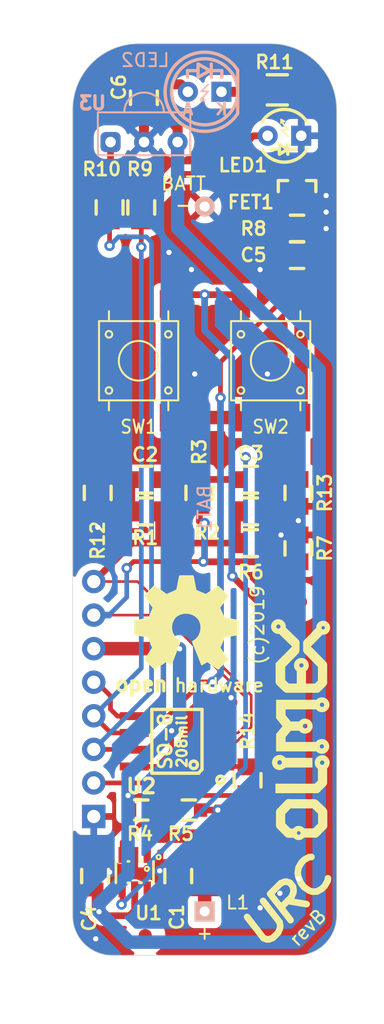
<source format=kicad_pcb>
(kicad_pcb (version 20221018) (generator pcbnew)
  (layers (0 "F.Cu" signal) (31 "B.Cu" signal) (34 "B.Paste" user) (35 "F.Paste" user) (36 "B.SilkS" user "B.Silkscreen") (37 "F.SilkS" user "F.Silkscreen") (38 "B.Mask" user) (39 "F.Mask" user) (44 "Edge.Cuts" user))
  (net 0 "")
  (net 1 "GND")
  (net 2 "+3V3")
  (net 3 "/MOSI")
  (net 4 "/MISO")
  (net 5 "/SCK")
  (net 6 "/RESET")
  (net 7 "/D_N")
  (net 8 "/D_P")
  (net 9 "Net-(BAT1-Pad1)")
  (net 10 "Net-(C2-Pad2)")
  (net 11 "Net-(C2-Pad1)")
  (net 12 "Net-(C3-Pad1)")
  (net 13 "Net-(C5-Pad1)")
  (net 14 "Net-(FET1-Pad3)")
  (net 15 "Net-(L1-Pad2)")
  (net 16 "Net-(LED1-Pad2)")
  (net 17 "Net-(LED2-Pad1)")
  (net 18 "Net-(R4-Pad2)")
  (net 19 "Net-(R10-Pad2)")
  (footprint "OLIMEX_RLC-FP:C_0805_5MIL_DWS" (layer "F.Cu") (at 98 104 90)
    (fp_text reference "C1" (at -3.1 -0.1 90) (layer "F.SilkS") (effects (font (thickness 0.2))))
    (fp_text value "22uF")
    (pad "1" smd rect (at -1.016 0 90) (size 1.05 1.27) (layers "F.Cu" "F.Paste" "F.Mask") (net 9 "Net-(BAT1-Pad1)"))
    (pad "2" smd rect (at 1.016 0 270) (size 1.05 1.27) (layers "F.Cu" "F.Paste" "F.Mask") (net 1 "GND"))
  )
  (footprint "OLIMEX_RLC-FP:C_0805_5MIL_DWS" (layer "F.Cu") (at 95.5 74)
    (fp_text reference "C2" (at 0 -1.9) (layer "F.SilkS") (effects (font (thickness 0.2))))
    (fp_text value "2.2uF")
    (pad "1" smd rect (at -1.016 0) (size 1.05 1.27) (layers "F.Cu" "F.Paste" "F.Mask") (net 11 "Net-(C2-Pad1)"))
    (pad "2" smd rect (at 1.016 0 180) (size 1.05 1.27) (layers "F.Cu" "F.Paste" "F.Mask") (net 10 "Net-(C2-Pad2)"))
  )
  (footprint "OLIMEX_RLC-FP:C_0805_5MIL_DWS" (layer "F.Cu") (at 103.5 74 180)
    (fp_text reference "C3" (at 0 2) (layer "F.SilkS") (effects (font (thickness 0.2))))
    (fp_text value "2.2uF")
    (pad "1" smd rect (at -1.016 0 180) (size 1.05 1.27) (layers "F.Cu" "F.Paste" "F.Mask") (net 12 "Net-(C3-Pad1)"))
    (pad "2" smd rect (at 1.016 0) (size 1.05 1.27) (layers "F.Cu" "F.Paste" "F.Mask") (net 10 "Net-(C2-Pad2)"))
  )
  (footprint "OLIMEX_RLC-FP:C_0805_5MIL_DWS" (layer "F.Cu") (at 91.7 104 90)
    (fp_text reference "C4" (at -3.2 -0.45 90) (layer "F.SilkS") (effects (font (thickness 0.2))))
    (fp_text value "22uF")
    (pad "1" smd rect (at -1.016 0 90) (size 1.05 1.27) (layers "F.Cu" "F.Paste" "F.Mask") (net 2 "+3V3"))
    (pad "2" smd rect (at 1.016 0 270) (size 1.05 1.27) (layers "F.Cu" "F.Paste" "F.Mask") (net 1 "GND"))
  )
  (footprint "OLIMEX_RLC-FP:C_0805_5MIL_DWS" (layer "F.Cu") (at 107 57)
    (fp_text reference "C5" (at -3.3 0) (layer "F.SilkS") (effects (font (thickness 0.2))))
    (fp_text value "2.2uF")
    (pad "1" smd rect (at -1.016 0) (size 1.05 1.27) (layers "F.Cu" "F.Paste" "F.Mask") (net 13 "Net-(C5-Pad1)"))
    (pad "2" smd rect (at 1.016 0 180) (size 1.05 1.27) (layers "F.Cu" "F.Paste" "F.Mask") (net 3 "/MOSI"))
  )
  (footprint "OLIMEX_RLC-FP:C_0805_5MIL_DWS" (layer "F.Cu") (at 95.4 45.1 -90)
    (fp_text reference "C6" (at -0.8 1.9 90) (layer "F.SilkS") (effects (font (thickness 0.2))))
    (fp_text value "22uF")
    (pad "1" smd rect (at -1.016 0 270) (size 1.05 1.27) (layers "F.Cu" "F.Paste" "F.Mask") (net 2 "+3V3"))
    (pad "2" smd rect (at 1.016 0 90) (size 1.05 1.27) (layers "F.Cu" "F.Paste" "F.Mask") (net 1 "GND"))
  )
  (footprint "OLIMEX_Connectors-FP:HN1x8" (layer "F.Cu") (at 91.6 90.6 90)
    (fp_text reference "CON1" hide)
    (fp_text value "CON8")
    (pad "1" thru_hole rect (at -8.89 0 90) (size 1.778 1.778) (drill 1) (layers "*.Cu" "*.Mask") (net 1 "GND"))
    (pad "2" thru_hole circle (at -6.35 0 90) (size 1.778 1.778) (drill 1) (layers "*.Cu" "*.Mask") (net 6 "/RESET"))
    (pad "3" thru_hole circle (at -3.81 0 90) (size 1.778 1.778) (drill 1) (layers "*.Cu" "*.Mask") (net 5 "/SCK"))
    (pad "4" thru_hole circle (at -1.27 0 90) (size 1.778 1.778) (drill 1) (layers "*.Cu" "*.Mask") (net 4 "/MISO"))
    (pad "5" thru_hole circle (at 1.27 0 90) (size 1.778 1.778) (drill 1) (layers "*.Cu" "*.Mask") (net 3 "/MOSI"))
    (pad "6" thru_hole circle (at 3.81 0 90) (size 1.778 1.778) (drill 1) (layers "*.Cu" "*.Mask") (net 2 "+3V3"))
    (pad "7" thru_hole circle (at 6.35 0 90) (size 1.778 1.778) (drill 1) (layers "*.Cu" "*.Mask") (net 8 "/D_P"))
    (pad "8" thru_hole circle (at 8.89 0 90) (size 1.778 1.778) (drill 1) (layers "*.Cu" "*.Mask") (net 7 "/D_N"))
  )
  (footprint "OLIMEX_Transistors-FP:SOT23" (layer "F.Cu") (at 107 52 -90)
    (fp_text reference "FET1" (at 1 3.5 180) (layer "F.SilkS") (effects (font (thickness 0.2))))
    (fp_text value "WNM2016-3/TR")
    (pad "1" smd rect (at 1 0.95 270) (size 0.9 0.7) (layers "F.Cu" "F.Paste" "F.Mask") (net 13 "Net-(C5-Pad1)") (clearance 0.0508))
    (pad "2" smd rect (at 1 -0.95 270) (size 0.9 0.7) (layers "F.Cu" "F.Paste" "F.Mask") (net 1 "GND") (clearance 0.0508))
    (pad "3" smd rect (at -1 0 270) (size 0.9 0.7) (layers "F.Cu" "F.Paste" "F.Mask") (net 14 "Net-(FET1-Pad3)") (clearance 0.0508))
  )
  (footprint "OLIMEX_RLC-FP:CD43" (layer "F.Cu") (at 101.9 102.6 90)
    (fp_text reference "L1" (at -3.4 0.6 180) (layer "F.SilkS"))
    (fp_text value "4.7uH")
    (pad "1" smd oval (at -1.625 0 90) (size 1.75 4.5) (layers "F.Cu" "F.Paste" "F.Mask") (net 9 "Net-(BAT1-Pad1)"))
    (pad "2" smd oval (at 1.625 0 90) (size 1.75 4.5) (layers "F.Cu" "F.Paste" "F.Mask") (net 15 "Net-(L1-Pad2)"))
  )
  (footprint "OLIMEX_LEDs-FP:LED-3mm-PTH-KA" (layer "F.Cu") (at 106.04364 47.97298 180)
    (fp_text reference "LED1" (at 3.14364 -2.22702 180) (layer "F.SilkS") (effects (font (thickness 0.2))))
    (fp_text value "RED 3mm")
    (pad "1" thru_hole rect (at -1.27 0 180) (size 1.524 1.524) (drill 0.8) (layers "*.Cu" "*.Mask") (net 1 "GND"))
    (pad "2" thru_hole circle (at 1.27 0 180) (size 1.524 1.524) (drill 0.8) (layers "*.Cu" "*.Mask") (net 16 "Net-(LED1-Pad2)"))
  )
  (footprint "OLIMEX_RLC-FP:R_0805_5MIL_DWS" (layer "F.Cu") (at 95.5 76.4)
    (fp_text reference "R1" (at 0 2) (layer "F.SilkS") (effects (font (thickness 0.2))))
    (fp_text value "22K")
    (pad "1" smd rect (at -1.016 0 90) (size 1.524 1.27) (layers "F.Cu" "F.Paste" "F.Mask") (net 11 "Net-(C2-Pad1)"))
    (pad "2" smd rect (at 1.016 0 90) (size 1.524 1.27) (layers "F.Cu" "F.Paste" "F.Mask") (net 7 "/D_N"))
  )
  (footprint "OLIMEX_RLC-FP:R_0805_5MIL_DWS" (layer "F.Cu") (at 103.5 76.4 180)
    (fp_text reference "R2" (at 3.3 -1.6) (layer "F.SilkS") (effects (font (thickness 0.2))))
    (fp_text value "10K")
    (pad "1" smd rect (at -1.016 0 270) (size 1.524 1.27) (layers "F.Cu" "F.Paste" "F.Mask") (net 12 "Net-(C3-Pad1)"))
    (pad "2" smd rect (at 1.016 0 270) (size 1.524 1.27) (layers "F.Cu" "F.Paste" "F.Mask") (net 7 "/D_N"))
  )
  (footprint "OLIMEX_RLC-FP:R_0805_5MIL_DWS" (layer "F.Cu") (at 99.6 75 -90)
    (fp_text reference "R3" (at -3.1 0 90) (layer "F.SilkS") (effects (font (thickness 0.2))))
    (fp_text value "10K")
    (pad "1" smd rect (at -1.016 0) (size 1.524 1.27) (layers "F.Cu" "F.Paste" "F.Mask") (net 10 "Net-(C2-Pad2)"))
    (pad "2" smd rect (at 1.016 0) (size 1.524 1.27) (layers "F.Cu" "F.Paste" "F.Mask") (net 8 "/D_P"))
  )
  (footprint "OLIMEX_RLC-FP:R_0603_5MIL_DWS" (layer "F.Cu") (at 95.2 99)
    (fp_text reference "R4" (at -0.1 1.8) (layer "F.SilkS") (effects (font (thickness 0.2))))
    (fp_text value "100K_1%")
    (pad "1" smd rect (at -0.889 0) (size 1.016 1.016) (layers "F.Cu" "F.Paste" "F.Mask") (net 2 "+3V3"))
    (pad "2" smd rect (at 0.889 0) (size 1.016 1.016) (layers "F.Cu" "F.Paste" "F.Mask") (net 18 "Net-(R4-Pad2)"))
  )
  (footprint "OLIMEX_RLC-FP:R_0603_5MIL_DWS" (layer "F.Cu") (at 98.8 99)
    (fp_text reference "R5" (at -0.6 1.8) (layer "F.SilkS") (effects (font (thickness 0.2))))
    (fp_text value "56.2K_1%")
    (pad "1" smd rect (at -0.889 0) (size 1.016 1.016) (layers "F.Cu" "F.Paste" "F.Mask") (net 18 "Net-(R4-Pad2)"))
    (pad "2" smd rect (at 0.889 0) (size 1.016 1.016) (layers "F.Cu" "F.Paste" "F.Mask") (net 1 "GND"))
  )
  (footprint "OLIMEX_RLC-FP:R_0805_5MIL_DWS" (layer "F.Cu") (at 103.5 78.8)
    (fp_text reference "R6" (at 0 2.2) (layer "F.SilkS") (effects (font (thickness 0.2))))
    (fp_text value "10K")
    (pad "1" smd rect (at -1.016 0 90) (size 1.524 1.27) (layers "F.Cu" "F.Paste" "F.Mask") (net 7 "/D_N"))
    (pad "2" smd rect (at 1.016 0 90) (size 1.524 1.27) (layers "F.Cu" "F.Paste" "F.Mask") (net 1 "GND"))
  )
  (footprint "OLIMEX_RLC-FP:R_0805_5MIL_DWS" (layer "F.Cu") (at 107.1 79.2 -90)
    (fp_text reference "R7" (at 0 -2 90) (layer "F.SilkS") (effects (font (thickness 0.2))))
    (fp_text value "100K")
    (pad "1" smd rect (at -1.016 0) (size 1.524 1.27) (layers "F.Cu" "F.Paste" "F.Mask") (net 1 "GND"))
    (pad "2" smd rect (at 1.016 0) (size 1.524 1.27) (layers "F.Cu" "F.Paste" "F.Mask") (net 8 "/D_P"))
  )
  (footprint "OLIMEX_RLC-FP:R_0805_5MIL_DWS" (layer "F.Cu") (at 107 55)
    (fp_text reference "R8" (at -3.3 0) (layer "F.SilkS") (effects (font (thickness 0.2))))
    (fp_text value "10K")
    (pad "1" smd rect (at -1.016 0 90) (size 1.524 1.27) (layers "F.Cu" "F.Paste" "F.Mask") (net 13 "Net-(C5-Pad1)"))
    (pad "2" smd rect (at 1.016 0 90) (size 1.524 1.27) (layers "F.Cu" "F.Paste" "F.Mask") (net 1 "GND"))
  )
  (footprint "OLIMEX_RLC-FP:R_0805_5MIL_DWS" (layer "F.Cu") (at 95.2 53.4 90)
    (fp_text reference "R9" (at 2.9 -0.1 180) (layer "F.SilkS") (effects (font (thickness 0.2))))
    (fp_text value "2K")
    (pad "1" smd rect (at -1.016 0 180) (size 1.524 1.27) (layers "F.Cu" "F.Paste" "F.Mask") (net 4 "/MISO"))
    (pad "2" smd rect (at 1.016 0 180) (size 1.524 1.27) (layers "F.Cu" "F.Paste" "F.Mask") (net 16 "Net-(LED1-Pad2)"))
  )
  (footprint "OLIMEX_RLC-FP:R_0805_5MIL_DWS" (layer "F.Cu") (at 92.8 53.4 90)
    (fp_text reference "R10" (at 2.9 -0.6 180) (layer "F.SilkS") (effects (font (thickness 0.2))))
    (fp_text value "2K")
    (pad "1" smd rect (at -1.016 0 180) (size 1.524 1.27) (layers "F.Cu" "F.Paste" "F.Mask") (net 5 "/SCK"))
    (pad "2" smd rect (at 1.016 0 180) (size 1.524 1.27) (layers "F.Cu" "F.Paste" "F.Mask") (net 19 "Net-(R10-Pad2)"))
  )
  (footprint "OLIMEX_RLC-FP:R_1206_5MIL_DWS" (layer "F.Cu") (at 105.5 44.5 180)
    (fp_text reference "R11" (at 0.2 2.1) (layer "F.SilkS") (effects (font (thickness 0.2))))
    (fp_text value "4.7R")
    (pad "1" smd rect (at -1.397 0 180) (size 1.524 1.778) (layers "F.Cu" "F.Paste" "F.Mask") (net 14 "Net-(FET1-Pad3)"))
    (pad "2" smd rect (at 1.397 0 180) (size 1.524 1.778) (layers "F.Cu" "F.Paste" "F.Mask") (net 17 "Net-(LED2-Pad1)"))
  )
  (footprint "OLIMEX_Buttons-FP:T1102SMD" (layer "F.Cu") (at 95 65 90)
    (fp_text reference "SW1" (at -5 0) (layer "F.SilkS") (effects (font (size 1 0.9))))
    (fp_text value "T1107A(6x3,8x2,5MM)")
    (pad "1" smd rect (at -4.3 -2.25 90) (size 2.1 1.4) (layers "F.Cu" "F.Paste" "F.Mask") (net 11 "Net-(C2-Pad1)"))
    (pad "1" smd rect (at 4.3 -2.25 90) (size 2.1 1.4) (layers "F.Cu" "F.Paste" "F.Mask") (net 11 "Net-(C2-Pad1)"))
    (pad "2" smd rect (at -4.3 2.3 90) (size 2.1 1.4) (layers "F.Cu" "F.Paste" "F.Mask") (net 9 "Net-(BAT1-Pad1)"))
    (pad "2" smd rect (at 4.3 2.3 90) (size 2.1 1.4) (layers "F.Cu" "F.Paste" "F.Mask") (net 9 "Net-(BAT1-Pad1)"))
  )
  (footprint "OLIMEX_Buttons-FP:T1102SMD" (layer "F.Cu") (at 105 65 90)
    (fp_text reference "SW2" (at -5 0) (layer "F.SilkS") (effects (font (size 1 0.9))))
    (fp_text value "T1107A(6x3,8x2,5MM)")
    (pad "1" smd rect (at -4.3 -2.25 90) (size 2.1 1.4) (layers "F.Cu" "F.Paste" "F.Mask") (net 9 "Net-(BAT1-Pad1)"))
    (pad "1" smd rect (at 4.3 -2.25 90) (size 2.1 1.4) (layers "F.Cu" "F.Paste" "F.Mask") (net 9 "Net-(BAT1-Pad1)"))
    (pad "2" smd rect (at -4.3 2.3 90) (size 2.1 1.4) (layers "F.Cu" "F.Paste" "F.Mask") (net 12 "Net-(C3-Pad1)"))
    (pad "2" smd rect (at 4.3 2.3 90) (size 2.1 1.4) (layers "F.Cu" "F.Paste" "F.Mask") (net 12 "Net-(C3-Pad1)"))
  )
  (footprint "OLIMEX_Regulators-FP:SOT23-6" (layer "F.Cu") (at 94.7 103.7 90)
    (fp_text reference "U1" (at -3.1 1.05 180) (layer "F.SilkS") (effects (font (thickness 0.2))))
    (fp_text value "SY7080")
    (pad "1" smd rect (at 1.3001 0.95 180) (size 0.55 1.2) (layers "F.Cu" "F.Paste" "F.Mask") (net 15 "Net-(L1-Pad2)") (clearance 0.0508))
    (pad "2" smd rect (at 1.3001 0 180) (size 0.55 1.2) (layers "F.Cu" "F.Paste" "F.Mask") (net 1 "GND") (clearance 0.0508))
    (pad "3" smd rect (at 1.3001 -0.95 180) (size 0.55 1.2) (layers "F.Cu" "F.Paste" "F.Mask") (net 18 "Net-(R4-Pad2)") (clearance 0.0508))
    (pad "4" smd rect (at -1.3001 -0.95 180) (size 0.55 1.2) (layers "F.Cu" "F.Paste" "F.Mask") (net 10 "Net-(C2-Pad2)") (clearance 0.0508))
    (pad "5" smd rect (at -1.3001 0 180) (size 0.55 1.2) (layers "F.Cu" "F.Paste" "F.Mask") (net 2 "+3V3") (clearance 0.0508))
    (pad "6" smd rect (at -1.3001 0.95 180) (size 0.55 1.2) (layers "F.Cu" "F.Paste" "F.Mask") (net 9 "Net-(BAT1-Pad1)") (clearance 0.0508))
  )
  (footprint "OLIMEX_RLC-FP:R_0805_5MIL_DWS" (layer "F.Cu") (at 91.9 75 -90)
    (fp_text reference "R12" (at 3.6 0 90) (layer "F.SilkS") (effects (font (thickness 0.2))))
    (fp_text value "2K")
    (pad "1" smd rect (at -1.016 0) (size 1.524 1.27) (layers "F.Cu" "F.Paste" "F.Mask") (net 11 "Net-(C2-Pad1)"))
    (pad "2" smd rect (at 1.016 0) (size 1.524 1.27) (layers "F.Cu" "F.Paste" "F.Mask") (net 1 "GND"))
  )
  (footprint "OLIMEX_RLC-FP:R_0805_5MIL_DWS" (layer "F.Cu") (at 107.1 75 -90)
    (fp_text reference "R13" (at 0 -2 90) (layer "F.SilkS") (effects (font (thickness 0.2))))
    (fp_text value "2K")
    (pad "1" smd rect (at -1.016 0) (size 1.524 1.27) (layers "F.Cu" "F.Paste" "F.Mask") (net 12 "Net-(C3-Pad1)"))
    (pad "2" smd rect (at 1.016 0) (size 1.524 1.27) (layers "F.Cu" "F.Paste" "F.Mask") (net 1 "GND"))
  )
  (footprint "OLIMEX_IC-FP:SO-8_208mil" (layer "F.Cu") (at 97.9 93.8 90)
    (fp_text reference "U2" (at -3.4 -2.7) (layer "F.SilkS") (effects (font (size 1.1 1.1) (thickness 0.254))))
    (fp_text value "ATTINY85-20PU")
    (fp_text user "SO-8" (at 0 -0.889 90) (layer "F.SilkS") (effects (font (size 1.016 1.016) (thickness 0.2032))))
    (fp_text user "208mil" (at 0 0.381 90) (layer "F.SilkS") (effects (font (size 0.762 0.762) (thickness 0.1905))))
    (pad "1" smd rect (at -1.905 3.235 90) (size 0.6 2.2) (layers "F.Cu" "F.Paste" "F.Mask") (net 6 "/RESET") (clearance 0.0508))
    (pad "2" smd rect (at -0.635 3.235 90) (size 0.6 2.2) (layers "F.Cu" "F.Paste" "F.Mask") (net 7 "/D_N") (clearance 0.0508))
    (pad "3" smd rect (at 0.635 3.235 90) (size 0.6 2.2) (layers "F.Cu" "F.Paste" "F.Mask") (net 8 "/D_P") (clearance 0.0508))
    (pad "4" smd rect (at 1.905 3.235 90) (size 0.6 2.2) (layers "F.Cu" "F.Paste" "F.Mask") (net 1 "GND") (clearance 0.0508))
    (pad "5" smd rect (at 1.905 -3.235 90) (size 0.6 2.2) (layers "F.Cu" "F.Paste" "F.Mask") (net 3 "/MOSI") (clearance 0.0508))
    (pad "6" smd rect (at 0.635 -3.235 90) (size 0.6 2.2) (layers "F.Cu" "F.Paste" "F.Mask") (net 4 "/MISO") (clearance 0.0508))
    (pad "7" smd rect (at -0.635 -3.235 90) (size 0.6 2.2) (layers "F.Cu" "F.Paste" "F.Mask") (net 5 "/SCK") (clearance 0.0508))
    (pad "8" smd rect (at -1.905 -3.235 90) (size 0.6 2.2) (layers "F.Cu" "F.Paste" "F.Mask") (net 2 "+3V3") (clearance 0.0508))
  )
  (footprint "OLIMEX_LOGOs-FP:LOGO_OPENHARDWARE_8x8" (layer "F.Cu") (at 98.6 85.3)
    (fp_text reference "" hide)
    (fp_text value "" hide)
    (fp_text user "open" (at -3.40106 4.17576) (layer "F.SilkS") (effects (font (size 1.1 1.1) (thickness 0.254))))
    (fp_text user "hardware" (at 2.51206 4.2672) (layer "F.SilkS") (effects (font (thickness 0.18))))
  )
  (footprint "OLIMEX_LOGOs-FP:OLIMEX_LOGO_TB" (layer "F.Cu") (at 107.25 92.75 90)
    (fp_text reference "" hide)
    (fp_text value "" hide)
  )
  (footprint "OLIMEX_Other-FP:Fiducial1x3_transp" (layer "F.Cu") (at 95.5 108.5)
    (fp_text reference "Ref*" hide)
    (fp_text value "Val**" hide)
    (pad "Fid1" connect circle (at 0 0) (size 1 1) (layers "F.Cu" "F.Mask") (clearance 1.016))
  )
  (footprint "OLIMEX_Other-FP:Fiducial1x3_transp" (layer "F.Cu") (at 107.25 83.25)
    (fp_text reference "Ref*" hide)
    (fp_text value "Val**" hide)
    (pad "Fid1" connect circle (at 0 0) (size 1 1) (layers "F.Cu" "F.Mask") (clearance 1.016))
  )
  (footprint "OLIMEX_RLC-FP:R_0805_5MIL_DWS" (layer "F.Cu") (at 103.25 96.75 90)
    (fp_text reference "R14" (at 3.75 0 90) (layer "F.SilkS") (effects (font (thickness 0.2))))
    (fp_text value "2K")
    (pad "1" smd rect (at -1.016 0 180) (size 1.524 1.27) (layers "F.Cu" "F.Paste" "F.Mask") (net 2 "+3V3"))
    (pad "2" smd rect (at 1.016 0 180) (size 1.524 1.27) (layers "F.Cu" "F.Paste" "F.Mask") (net 6 "/RESET"))
  )
  (footprint "OLIMEX_LEDs-FP:LED-5mm-PTH-KA" (layer "B.Cu") (at 100 44.64558)
    (fp_text reference "LED2" (at -4.5 -2.39558) (layer "B.SilkS") (effects (justify mirror)))
    (fp_text value "IR333")
    (fp_text user "K" (at 1.27 1.3) (layer "B.SilkS") (effects (font (size 0.889 0.889) (thickness 0.2032)) (justify mirror)))
    (fp_text user "A" (at -1.27 1.3) (layer "B.SilkS") (effects (font (size 0.889 0.889) (thickness 0.2032)) (justify mirror)))
    (pad "1" thru_hole rect (at 1.27 0 180) (size 1.524 1.524) (drill 0.8) (layers "*.Cu" "*.Mask") (net 17 "Net-(LED2-Pad1)"))
    (pad "2" thru_hole circle (at -1.27 0 180) (size 1.524 1.524) (drill 0.8) (layers "*.Cu" "*.Mask") (net 2 "+3V3"))
  )
  (footprint "OLIMEX_IC-FP:RPM7236-V" (layer "B.Cu") (at 95.4112 48.4505)
    (fp_text reference "U3" (at -3.9112 -2.9505 -180) (layer "B.SilkS") (effects (font (thickness 0.25)) (justify mirror)))
    (fp_text value "VS1838B")
    (pad "1" thru_hole roundrect (at -2.54 0) (size 1.524 1.524) (drill 0.8) (layers "*.Cu" "*.Mask") (net 19 "Net-(R10-Pad2)"))
    (pad "2" thru_hole circle (at 0 0) (size 1.524 1.524) (drill 0.8) (layers "*.Cu" "*.Mask") (net 1 "GND"))
    (pad "3" thru_hole circle (at 2.54 0) (size 1.524 1.524) (drill 0.8) (layers "*.Cu" "*.Mask") (net 2 "+3V3"))
  )
  (footprint "OLIMEX_Connectors-FP:BATTERY-1xAA" (layer "B.Cu") (at 100 80 90)
    (fp_text reference "BAT1" (at 3.81 0 270) (layer "B.SilkS") (effects (justify mirror)))
    (fp_text value "Battery")
    (pad "1" thru_hole rect (at -26.67 0 90) (size 1.524 1.524) (drill 0.762) (layers "*.Cu" "*.Mask" "B.SilkS") (net 9 "Net-(BAT1-Pad1)"))
    (pad "2" thru_hole circle (at 26.67 0 90) (size 1.524 1.524) (drill 0.762) (layers "*.Cu" "*.Mask" "B.SilkS") (net 1 "GND"))
  )
  (gr_arc (start 93 110) (mid 90.87868 109.12132) (end 90 107) (stroke (width 0.05)) (layer "Edge.Cuts"))
  (gr_arc (start 110 107) (mid 109.12132 109.12132) (end 107 110) (stroke (width 0.05)) (layer "Edge.Cuts"))
  (gr_line (start 107 110) (end 93 110) (stroke (width 0.05)) (layer "Edge.Cuts"))
  (gr_line (start 90 107) (end 90 46) (stroke (width 0.05)) (layer "Edge.Cuts"))
  (gr_arc (start 105 41) (mid 108.535534 42.464466) (end 110 46) (stroke (width 0.05)) (layer "Edge.Cuts"))
  (gr_line (start 110 46) (end 110 107) (stroke (width 0.05)) (layer "Edge.Cuts"))
  (gr_line (start 95 41) (end 105 41) (stroke (width 0.05)) (layer "Edge.Cuts"))
  (gr_arc (start 90 46) (mid 91.464466 42.464466) (end 95 41) (stroke (width 0.05)) (layer "Edge.Cuts"))
  (gr_text "R" (at 106.273654 105.967767 45) (layer "F.SilkS") (effects (font (size 2.5 3) (thickness 0.5) italic)))
  (gr_text "C" (at 108.041421 104.2 45) (layer "F.SilkS") (effects (font (size 2.5 3) (thickness 0.5) italic)))
  (gr_text "+" (at 100 108.3) (layer "F.SilkS") (effects (font (size 1 1))))
  (gr_text "revB" (at 107.8 107.9 45) (layer "F.SilkS") (effects (font (size 1 1))))
  (gr_text "BATT\n-" (at 98.4 52.4) (layer "F.SilkS") (effects (font (size 1 1))))
  (gr_text "U" (at 104.576598 107.664823 45) (layer "F.SilkS") (effects (font (size 2.5 3) (thickness 0.5) italic)))
  (gr_text "(c)2019" (at 104 85 90) (layer "F.SilkS") (effects (font (size 1 1))))
  (segment (start 92.8 103.7) (end 92.416 103.7) (width 0.508) (layer "F.Cu") (net 1))
  (segment (start 107.1 76.016) (end 107.1 77.1) (width 0.508) (layer "F.Cu") (net 1))
  (segment (start 94.7 102.3999) (end 94.7 103.5079) (width 0.508) (layer "F.Cu") (net 1))
  (segment (start 97.016 102.984) (end 98 102.984) (width 0.508) (layer "F.Cu") (net 1))
  (segment (start 91.6 99.49) (end 91.6 102.884) (width 0.508) (layer "F.Cu") (net 1))
  (segment (start 94.7079 103.5079) (end 94.5158 103.7) (width 0.508) (layer "F.Cu") (net 1))
  (segment (start 95.4 48.4393) (end 95.4112 48.4505) (width 0.762) (layer "F.Cu") (net 1))
  (segment (start 107.95 52.150002) (end 107.95 53) (width 0.3556) (layer "F.Cu") (net 1))
  (segment (start 96.6 103.4) (end 97.016 102.984) (width 0.508) (layer "F.Cu") (net 1))
  (segment (start 107.899999 52.100001) (end 101.229999 52.100001) (width 0.3556) (layer "F.Cu") (net 1))
  (segment (start 107.899999 52.100001) (end 107.95 52.150002) (width 0.3556) (layer "F.Cu") (net 1))
  (segment (start 100.761999 52.568001) (end 100 53.33) (width 0.3556) (layer "F.Cu") (net 1))
  (segment (start 96.6 103.6) (end 96.6 103.4) (width 0.508) (layer "F.Cu") (net 1))
  (segment (start 101.229999 52.100001) (end 100.761999 52.568001) (width 0.3556) (layer "F.Cu") (net 1))
  (segment (start 107.1 77.1) (end 107.1 78.184) (width 0.508) (layer "F.Cu") (net 1))
  (segment (start 95.4 46.116) (end 95.4 48.4393) (width 0.762) (layer "F.Cu") (net 1))
  (segment (start 91.9 76.016) (end 91.9 77.6) (width 0.508) (layer "F.Cu") (net 1))
  (segment (start 108.016 55) (end 109.2 55) (width 0.508) (layer "F.Cu") (net 1))
  (segment (start 92.416 103.7) (end 91.7 102.984) (width 0.508) (layer "F.Cu") (net 1))
  (segment (start 94.8 103.6) (end 96.6 103.6) (width 0.508) (layer "F.Cu") (net 1))
  (segment (start 107.95 54.934) (end 108.016 55) (width 0.762) (layer "F.Cu") (net 1))
  (segment (start 94.7 103.5079) (end 94.7079 103.5079) (width 0.508) (layer "F.Cu") (net 1))
  (segment (start 105.516 78.184) (end 105.784 78.184) (width 0.508) (layer "F.Cu") (net 1))
  (segment (start 94.7079 103.5079) (end 94.8 103.6) (width 0.508) (layer "F.Cu") (net 1))
  (segment (start 94.5158 103.7) (end 92.8 103.7) (width 0.508) (layer "F.Cu") (net 1))
  (segment (start 107.95 53) (end 107.95 54.934) (width 0.762) (layer "F.Cu") (net 1))
  (segment (start 91.6 102.884) (end 91.7 102.984) (width 0.508) (layer "F.Cu") (net 1))
  (segment (start 109.2 52.5) (end 108.800001 52.100001) (width 0.3556) (layer "F.Cu") (net 1))
  (segment (start 108.800001 52.100001) (end 107.899999 52.100001) (width 0.3556) (layer "F.Cu") (net 1))
  (segment (start 104.516 78.8) (end 104.9 78.8) (width 0.508) (layer "F.Cu") (net 1))
  (segment (start 104.9 78.8) (end 105.516 78.184) (width 0.508) (layer "F.Cu") (net 1))
  (segment (start 105.784 78.184) (end 107.1 78.184) (width 0.508) (layer "F.Cu") (net 1))
  (via (at 97.3 56.8) (size 0.8) (drill 0.4) (layers "F.Cu" "B.Cu") (net 1))
  (via (at 99 58.1) (size 0.8) (drill 0.4) (layers "F.Cu" "B.Cu") (net 1))
  (via (at 104.2 58.1) (size 0.8) (drill 0.4) (layers "F.Cu" "B.Cu") (net 1))
  (via (at 104.2 106.4) (size 0.8) (drill 0.4) (layers "F.Cu" "B.Cu") (net 1))
  (via (at 105.7 105.3) (size 0.8) (drill 0.4) (layers "F.Cu" "B.Cu") (net 1))
  (via (at 107.1 104.2) (size 0.8) (drill 0.4) (layers "F.Cu" "B.Cu") (net 1))
  (via (at 91.75 108.75) (size 0.8) (drill 0.4) (layers "F.Cu" "B.Cu") (net 1))
  (via (at 109.2 53.75) (size 0.8) (drill 0.4) (layers "F.Cu" "B.Cu") (net 1))
  (via (at 109.2 52.5) (size 0.8) (drill 0.4) (layers "F.Cu" "B.Cu") (net 1))
  (via (at 99.25 66) (size 0.8) (drill 0.4) (layers "F.Cu" "B.Cu") (net 1))
  (via (at 104.75 66) (size 0.8) (drill 0.4) (layers "F.Cu" "B.Cu") (net 1))
  (via (at 102 90.5) (size 0.8) (drill 0.4) (layers "F.Cu" "B.Cu") (net 1))
  (via (at 107.1 77.1) (size 0.8) (drill 0.4) (layers "F.Cu" "B.Cu") (net 1))
  (via (at 109.2 55) (size 0.8) (drill 0.4) (layers "F.Cu" "B.Cu") (net 1))
  (via (at 105.784 78.184) (size 0.8) (drill 0.4) (layers "F.Cu" "B.Cu") (net 1))
  (via (at 91.9 77.6) (size 0.8) (drill 0.4) (layers "F.Cu" "B.Cu") (net 1))
  (via (at 92.8 103.7) (size 0.8) (drill 0.4) (layers "F.Cu" "B.Cu") (net 1))
  (via (at 101 99) (size 0.8) (drill 0.4) (layers "F.Cu" "B.Cu") (net 1))
  (via (at 96.6 103.6) (size 0.8) (drill 0.4) (layers "F.Cu" "B.Cu") (net 1))
  (segment (start 96.784 44.084) (end 98.16842 44.084) (width 0.762) (layer "F.Cu") (net 2))
  (segment (start 97.9512 47.37287) (end 96.784 46.20567) (width 0.762) (layer "F.Cu") (net 2))
  (segment (start 92 106.7) (end 91.7 106.4) (width 0.508) (layer "F.Cu") (net 2))
  (segment (start 94.2 97.9) (end 94.2 98.889) (width 0.762) (layer "F.Cu") (net 2))
  (segment (start 92.3 107) (end 92 106.7) (width 0.508) (layer "F.Cu") (net 2))
  (segment (start 94.665 95.705) (end 96.38 95.705) (width 0.3556) (layer "F.Cu") (net 2))
  (segment (start 94.7 106.6) (end 94.3 107) (width 0.508) (layer "F.Cu") (net 2))
  (segment (start 91.7 106.4) (end 91.7 105.016) (width 0.508) (layer "F.Cu") (net 2))
  (segment (start 97.5 94.585) (end 97.5 93.565685) (width 0.3556) (layer "F.Cu") (net 2))
  (segment (start 96.784 46.20567) (end 96.784 44.084) (width 0.762) (layer "F.Cu") (net 2))
  (segment (start 91.6 86.79) (end 98.1 86.79) (width 1.016) (layer "F.Cu") (net 2))
  (segment (start 97.9512 48.4505) (end 97.9512 47.37287) (width 0.762) (layer "F.Cu") (net 2))
  (segment (start 95.4 44.084) (end 96.784 44.084) (width 0.762) (layer "F.Cu") (net 2))
  (segment (start 94.2 98.889) (end 94.311 99) (width 0.762) (layer "F.Cu") (net 2))
  (segment (start 96.38 95.705) (end 97.5 94.585) (width 0.3556) (layer "F.Cu") (net 2))
  (segment (start 103.116 97.9) (end 103.25 97.766) (width 0.3556) (layer "F.Cu") (net 2))
  (segment (start 98.16842 44.084) (end 98.73 44.64558) (width 0.762) (layer "F.Cu") (net 2))
  (segment (start 94.7 105.0001) (end 94.7 106.6) (width 0.508) (layer "F.Cu") (net 2))
  (segment (start 97.5 93.565685) (end 97.5 93) (width 0.3556) (layer "F.Cu") (net 2))
  (segment (start 94.3 107) (end 92.3 107) (width 0.508) (layer "F.Cu") (net 2))
  (segment (start 94.2 97.9) (end 103.116 97.9) (width 0.3556) (layer "F.Cu") (net 2))
  (via (at 94.2 97.9) (size 0.8) (drill 0.4) (layers "F.Cu" "B.Cu") (net 2))
  (via (at 97.5 93) (size 0.8) (drill 0.4) (layers "F.Cu" "B.Cu") (net 2))
  (via (at 98.1 86.8) (size 0.8) (drill 0.4) (layers "F.Cu" "B.Cu") (net 2))
  (via (at 92 106.7) (size 0.8) (drill 0.4) (layers "F.Cu" "B.Cu") (net 2))
  (segment (start 97.899999 92.600001) (end 97.5 93) (width 1.016) (layer "B.Cu") (net 2))
  (segment (start 98.1 92.4) (end 97.899999 92.600001) (width 1.016) (layer "B.Cu") (net 2))
  (segment (start 107 109) (end 108.668159 107.331841) (width 1.016) (layer "B.Cu") (net 2))
  (segment (start 98.1 86.79) (end 98.1 86.8) (width 1.016) (layer "B.Cu") (net 2))
  (segment (start 94.2 96.3) (end 97.100001 93.399999) (width 1.016) (layer "B.Cu") (net 2))
  (segment (start 108.668159 107.331841) (end 108.668159 65.668159) (width 1.016) (layer "B.Cu") (net 2))
  (segment (start 94.2 97.9) (end 94.2 96.3) (width 1.016) (layer "B.Cu") (net 2))
  (segment (start 92 106.1) (end 92 106.7) (width 1.016) (layer "B.Cu") (net 2))
  (segment (start 97.100001 93.399999) (end 97.5 93) (width 1.016) (layer "B.Cu") (net 2))
  (segment (start 97.9512 54.9512) (end 97.9512 48.4505) (width 1.016) (layer "B.Cu") (net 2))
  (segment (start 94.2 97.9) (end 94.2 103.9) (width 1.016) (layer "B.Cu") (net 2))
  (segment (start 98.1 86.8) (end 98.1 92.4) (width 1.016) (layer "B.Cu") (net 2))
  (segment (start 92 106.7) (end 94.3 109) (width 1.016) (layer "B.Cu") (net 2))
  (segment (start 94.3 109) (end 107 109) (width 1.016) (layer "B.Cu") (net 2))
  (segment (start 94.2 103.9) (end 92 106.1) (width 1.016) (layer "B.Cu") (net 2))
  (segment (start 108.668159 65.668159) (end 97.9512 54.9512) (width 1.016) (layer "B.Cu") (net 2))
  (segment (start 100.569998 89.33) (end 100.599998 89.3) (width 0.508) (layer "F.Cu") (net 3))
  (segment (start 97.205 91.895) (end 99.8 89.3) (width 0.3556) (layer "F.Cu") (net 3))
  (segment (start 105.6 59.219958) (end 106.829358 57.9906) (width 0.3556) (layer "F.Cu") (net 3))
  (segment (start 107.1354 57.9906) (end 108.016 57.11) (width 0.3556) (layer "F.Cu") (net 3))
  (segment (start 101.2 65.1) (end 105.6 60.7) (width 0.3556) (layer "F.Cu") (net 3))
  (segment (start 105.6 60.7) (end 105.6 59.219958) (width 0.3556) (layer "F.Cu") (net 3))
  (segment (start 92.866801 90.366801) (end 92.866801 91.366801) (width 0.3556) (layer "F.Cu") (net 3))
  (segment (start 99.8 89.3) (end 100.599998 89.3) (width 0.3556) (layer "F.Cu") (net 3))
  (segment (start 92.866801 91.366801) (end 93.395 91.895) (width 0.3556) (layer "F.Cu") (net 3))
  (segment (start 101.2 67.8) (end 101.2 65.1) (width 0.3556) (layer "F.Cu") (net 3))
  (segment (start 91.6 89.33) (end 91.83 89.33) (width 0.3556) (layer "F.Cu") (net 3))
  (segment (start 91.83 89.33) (end 92.866801 90.366801) (width 0.3556) (layer "F.Cu") (net 3))
  (segment (start 93.395 91.895) (end 97.205 91.895) (width 0.3556) (layer "F.Cu") (net 3))
  (segment (start 106.829358 57.9906) (end 107.1354 57.9906) (width 0.3556) (layer "F.Cu") (net 3))
  (segment (start 108.016 57.11) (end 108.016 57) (width 0.3556) (layer "F.Cu") (net 3))
  (via (at 101.2 67.8) (size 0.8) (drill 0.4) (layers "F.Cu" "B.Cu") (net 3))
  (via (at 100.599998 89.3) (size 0.8) (drill 0.4) (layers "F.Cu" "B.Cu") (net 3))
  (segment (start 101.2 88.699998) (end 100.999997 88.900001) (width 0.508) (layer "B.Cu") (net 3))
  (segment (start 101.2 67.8) (end 101.2 88.699998) (width 0.508) (layer "B.Cu") (net 3))
  (segment (start 100.999997 88.900001) (end 100.599998 89.3) (width 0.508) (layer "B.Cu") (net 3))
  (segment (start 92.895 93.165) (end 91.6 91.87) (width 0.3556) (layer "F.Cu") (net 4))
  (segment (start 95.2 56.4) (end 95.2 54.416) (width 0.3556) (layer "F.Cu") (net 4))
  (segment (start 92.895 93.165) (end 94.665 93.165) (width 0.3556) (layer "F.Cu") (net 4))
  (via (at 95.2 56.4) (size 0.8) (drill 0.4) (layers "F.Cu" "B.Cu") (net 4))
  (segment (start 91.6 91.87) (end 95.2 88.27) (width 0.3556) (layer "B.Cu") (net 4))
  (segment (start 95.2 87.604866) (end 95.2 56.4) (width 0.3556) (layer "B.Cu") (net 4))
  (segment (start 95.2 88.27) (end 95.2 87.604866) (width 0.3556) (layer "B.Cu") (net 4))
  (segment (start 91.6 94.41) (end 94.64 94.41) (width 0.3556) (layer "F.Cu") (net 5))
  (segment (start 92.8 56.3) (end 92.8 54.416) (width 0.3556) (layer "F.Cu") (net 5))
  (segment (start 94.64 94.41) (end 94.665 94.435) (width 0.3556) (layer "F.Cu") (net 5))
  (segment (start 91.625 94.435) (end 91.6 94.41) (width 0.3556) (layer "F.Cu") (net 5))
  (via (at 92.8 56.3) (size 0.8) (drill 0.4) (layers "F.Cu" "B.Cu") (net 5))
  (segment (start 91.6 94.41) (end 95.977801 90.032199) (width 0.3556) (layer "B.Cu") (net 5))
  (segment (start 95.977801 90.032199) (end 95.977801 56.026655) (width 0.3556) (layer "B.Cu") (net 5))
  (segment (start 93.477801 55.622199) (end 92.8 56.3) (width 0.3556) (layer "B.Cu") (net 5))
  (segment (start 95.573345 55.622199) (end 93.477801 55.622199) (width 0.3556) (layer "B.Cu") (net 5))
  (segment (start 95.977801 56.026655) (end 95.573345 55.622199) (width 0.3556) (layer "B.Cu") (net 5))
  (segment (start 103.221 95.705) (end 103.25 95.734) (width 0.3556) (layer "F.Cu") (net 6))
  (segment (start 100.5 95.705) (end 103.221 95.705) (width 0.3556) (layer "F.Cu") (net 6))
  (segment (start 98.795 95.705) (end 100.5 95.705) (width 0.3556) (layer "F.Cu") (net 6))
  (segment (start 91.6 96.95) (end 97.55 96.95) (width 0.3556) (layer "F.Cu") (net 6))
  (segment (start 97.55 96.95) (end 98.795 95.705) (width 0.3556) (layer "F.Cu") (net 6))
  (segment (start 96.516 78.8) (end 97.646 78.8) (width 0.508) (layer "F.Cu") (net 7))
  (segment (start 101.341 78.8) (end 102.484 78.8) (width 0.508) (layer "F.Cu") (net 7))
  (segment (start 94.911706 81.71) (end 103.525 90.323294) (width 0.2) (layer "F.Cu") (net 7))
  (segment (start 97.646 78.8) (end 94.51 78.8) (width 0.508) (layer "F.Cu") (net 7))
  (segment (start 102.484 76.4) (end 102.484 78.8) (width 0.508) (layer "F.Cu") (net 7))
  (segment (start 102.1932 94.0568) (end 102.1932 94.4243) (width 0.2) (layer "F.Cu") (net 7))
  (segment (start 102.1825 94.435) (end 100.5 94.435) (width 0.2) (layer "F.Cu") (net 7))
  (segment (start 96.516 76.4) (end 96.516 78.8) (width 0.508) (layer "F.Cu") (net 7))
  (segment (start 103.525 92.725) (end 102.1932 94.0568) (width 0.2) (layer "F.Cu") (net 7))
  (segment (start 102.1932 94.4243) (end 102.1825 94.435) (width 0.2) (layer "F.Cu") (net 7))
  (segment (start 103.525 90.323294) (end 103.525 92.725) (width 0.2) (layer "F.Cu") (net 7))
  (segment (start 97.646 78.8) (end 101.341 78.8) (width 0.508) (layer "F.Cu") (net 7))
  (segment (start 94.51 78.8) (end 91.6 81.71) (width 0.508) (layer "F.Cu") (net 7))
  (segment (start 91.6 81.71) (end 94.911706 81.71) (width 0.2) (layer "F.Cu") (net 7))
  (segment (start 107.1 80.216) (end 99.916 80.216) (width 0.508) (layer "F.Cu") (net 8))
  (segment (start 99.9 80.2) (end 94.6 80.2) (width 0.3556) (layer "F.Cu") (net 8))
  (segment (start 96.886006 84.25) (end 103.075 90.438994) (width 0.2) (layer "F.Cu") (net 8))
  (segment (start 99.727131 77.286131) (end 99.99199 77.286131) (width 0.508) (layer "F.Cu") (net 8))
  (segment (start 103.075 90.438994) (end 103.075 92.6093) (width 0.2) (layer "F.Cu") (net 8))
  (segment (start 102.5193 93.165) (end 100.5 93.165) (width 0.2) (layer "F.Cu") (net 8))
  (segment (start 99.916 80.216) (end 99.9 80.2) (width 0.508) (layer "F.Cu") (net 8))
  (segment (start 99.6 77.159) (end 99.727131 77.286131) (width 0.508) (layer "F.Cu") (net 8))
  (segment (start 103.075 92.6093) (end 102.5193 93.165) (width 0.2) (layer "F.Cu") (net 8))
  (segment (start 99.6 76.016) (end 99.6 77.159) (width 0.508) (layer "F.Cu") (net 8))
  (segment (start 91.6 84.25) (end 96.886006 84.25) (width 0.2) (layer "F.Cu") (net 8))
  (segment (start 94.6 80.2) (end 94.1 80.7) (width 0.3556) (layer "F.Cu") (net 8))
  (via (at 99.9 80.2) (size 0.8) (drill 0.4) (layers "F.Cu" "B.Cu") (net 8))
  (via (at 99.99199 77.286131) (size 0.8) (drill 0.4) (layers "F.Cu" "B.Cu") (net 8))
  (via (at 94.1 80.7) (size 0.8) (drill 0.4) (layers "F.Cu" "B.Cu") (net 8))
  (segment (start 99.99199 80.10801) (end 99.9 80.2) (width 0.508) (layer "B.Cu") (net 8))
  (segment (start 94.1 82.9) (end 92.75 84.25) (width 0.3556) (layer "B.Cu") (net 8))
  (segment (start 92.75 84.25) (end 91.6 84.25) (width 0.508) (layer "B.Cu") (net 8))
  (segment (start 94.1 80.7) (end 94.1 82.9) (width 0.3556) (layer "B.Cu") (net 8))
  (segment (start 99.99199 77.286131) (end 99.99199 80.10801) (width 0.508) (layer "B.Cu") (net 8))
  (segment (start 98 105.016) (end 100.284 105.016) (width 1.016) (layer "F.Cu") (net 9))
  (segment (start 100 105.3) (end 100.284 105.016) (width 1.016) (layer "F.Cu") (net 9))
  (segment (start 97.3 106.4) (end 95.9 106.4) (width 1.016) (layer "F.Cu") (net 9))
  (segment (start 97.3 60.7) (end 97.3 69.3) (width 1.016) (layer "F.Cu") (net 9))
  (segment (start 104.475 104.225) (end 101.9 104.225) (width 0.508) (layer "F.Cu") (net 9))
  (segment (start 102.1 81.3) (end 105.2 84.4) (width 0.508) (layer "F.Cu") (net 9))
  (segment (start 98 105.016) (end 98 105.7) (width 1.016) (layer "F.Cu") (net 9))
  (segment (start 101.109 105.016) (end 101.9 104.225) (width 1.016) (layer "F.Cu") (net 9))
  (segment (start 97.25 60) (end 98.458 60) (width 0.508) (layer "F.Cu") (net 9))
  (segment (start 105.2 103.5) (end 104.475 104.225) (width 0.508) (layer "F.Cu") (net 9))
  (segment (start 98 105.7) (end 97.3 106.4) (width 1.016) (layer "F.Cu") (net 9))
  (segment (start 98.458 60) (end 100 60) (width 0.508) (layer "F.Cu") (net 9))
  (segment (start 95.65 105.0001) (end 95.65 106.15) (width 0.508) (layer "F.Cu") (net 9))
  (segment (start 102.75 69.3) (end 97.3 69.3) (width 1.016) (layer "F.Cu") (net 9))
  (segment (start 100 60) (end 102.75 60) (width 0.508) (layer "F.Cu") (net 9))
  (segment (start 100.284 105.016) (end 101.109 105.016) (width 1.016) (layer "F.Cu") (net 9))
  (segment (start 95.65 106.15) (end 95.9 106.4) (width 0.508) (layer "F.Cu") (net 9))
  (segment (start 100 106.67) (end 100 105.3) (width 1.016) (layer "F.Cu") (net 9))
  (segment (start 105.2 84.4) (end 105.2 103.5) (width 0.508) (layer "F.Cu") (net 9))
  (via (at 102.1 81.3) (size 0.8) (drill 0.4) (layers "F.Cu" "B.Cu") (net 9))
  (via (at 100 60) (size 0.8) (drill 0.4) (layers "F.Cu" "B.Cu") (net 9))
  (segment (start 100 62.7) (end 102.054001 64.754001) (width 0.508) (layer "B.Cu") (net 9))
  (segment (start 102.054001 81.254001) (end 102.1 81.3) (width 0.508) (layer "B.Cu") (net 9))
  (segment (start 102.054001 80.545999) (end 102.054001 81.254001) (width 0.508) (layer "B.Cu") (net 9))
  (segment (start 102.054001 64.754001) (end 102.054001 80.545999) (width 0.508) (layer "B.Cu") (net 9))
  (segment (start 100 60) (end 100 62.7) (width 0.508) (layer "B.Cu") (net 9))
  (segment (start 103.1 72.3) (end 103.1 73.384) (width 0.3556) (layer "F.Cu") (net 10))
  (segment (start 96.516 74) (end 99.584 74) (width 0.508) (layer "F.Cu") (net 10))
  (segment (start 93.75 106.096) (end 93.7 106.146) (width 0.3556) (layer "F.Cu") (net 10))
  (segment (start 99.6 73.984) (end 102.468 73.984) (width 0.508) (layer "F.Cu") (net 10))
  (segment (start 103.1 73.384) (end 102.484 74) (width 0.3556) (layer "F.Cu") (net 10))
  (segment (start 102.468 73.984) (end 102.484 74) (width 0.508) (layer "F.Cu") (net 10))
  (segment (start 99.584 74) (end 99.6 73.984) (width 0.508) (layer "F.Cu") (net 10))
  (segment (start 93.75 105.0001) (end 93.75 106.096) (width 0.3556) (layer "F.Cu") (net 10))
  (via (at 93.7 106.146) (size 0.8) (drill 0.4) (layers "F.Cu" "B.Cu") (net 10))
  (via (at 103.1 72.3) (size 0.8) (drill 0.4) (layers "F.Cu" "B.Cu") (net 10))
  (segment (start 93.7 106.146) (end 95.822199 104.023801) (width 0.3556) (layer "B.Cu") (net 10))
  (segment (start 95.822199 104.023801) (end 95.822199 103.026655) (width 0.3556) (layer "B.Cu") (net 10))
  (segment (start 95.822199 103.026655) (end 103.1 95.748854) (width 0.3556) (layer "B.Cu") (net 10))
  (segment (start 103.1 95.748854) (end 103.1 72.3) (width 0.3556) (layer "B.Cu") (net 10))
  (segment (start 91.916 74) (end 91.9 73.984) (width 0.508) (layer "F.Cu") (net 11))
  (segment (start 94.484 74) (end 94.484 76.4) (width 0.508) (layer "F.Cu") (net 11))
  (segment (start 93.4 72.208) (end 93.4 74) (width 0.508) (layer "F.Cu") (net 11))
  (segment (start 92.75 71.558) (end 93.4 72.208) (width 0.508) (layer "F.Cu") (net 11))
  (segment (start 93.4 74) (end 91.916 74) (width 0.508) (layer "F.Cu") (net 11))
  (segment (start 94.484 74) (end 93.4 74) (width 0.508) (layer "F.Cu") (net 11))
  (segment (start 92.75 60.7) (end 92.75 69.3) (width 1.016) (layer "F.Cu") (net 11))
  (segment (start 92.75 70) (end 92.75 71.558) (width 0.508) (layer "F.Cu") (net 11))
  (segment (start 104.516 74) (end 107.084 74) (width 0.508) (layer "F.Cu") (net 12))
  (segment (start 107.25 70) (end 107.25 73.834) (width 0.508) (layer "F.Cu") (net 12))
  (segment (start 104.516 74) (end 104.516 76.4) (width 0.508) (layer "F.Cu") (net 12))
  (segment (start 107.084 74) (end 107.1 73.984) (width 0.508) (layer "F.Cu") (net 12))
  (segment (start 107.25 73.834) (end 107.1 73.984) (width 0.508) (layer "F.Cu") (net 12))
  (segment (start 107.3 60.7) (end 107.3 69.3) (width 1.016) (layer "F.Cu") (net 12))
  (segment (start 106.05 54.934) (end 105.984 55) (width 0.508) (layer "F.Cu") (net 13))
  (segment (start 106.05 53) (end 106.05 54.934) (width 0.508) (layer "F.Cu") (net 13))
  (segment (start 105.984 55) (end 105.984 57) (width 0.508) (layer "F.Cu") (net 13))
  (segment (start 109.1 45.179) (end 109.1 50.2) (width 0.762) (layer "F.Cu") (net 14))
  (segment (start 108.3 51) (end 107 51) (width 0.762) (layer "F.Cu") (net 14))
  (segment (start 106.897 44.5) (end 108.421 44.5) (width 0.762) (layer "F.Cu") (net 14))
  (segment (start 109.1 50.2) (end 108.3 51) (width 0.762) (layer "F.Cu") (net 14))
  (segment (start 108.421 44.5) (end 109.1 45.179) (width 0.762) (layer "F.Cu") (net 14))
  (segment (start 96.0419 100.9) (end 96.4 100.9) (width 0.508) (layer "F.Cu") (net 15))
  (segment (start 95.65 101.2919) (end 96.0419 100.9) (width 0.508) (layer "F.Cu") (net 15))
  (segment (start 95.65 102.3999) (end 95.65 101.2919) (width 0.508) (layer "F.Cu") (net 15))
  (segment (start 96.475 100.975) (end 101.9 100.975) (width 1.016) (layer "F.Cu") (net 15))
  (segment (start 96.47 52.384) (end 95.2 52.384) (width 0.508) (layer "F.Cu") (net 16))
  (segment (start 97.954 50.9) (end 96.47 52.384) (width 0.508) (layer "F.Cu") (net 16))
  (segment (start 104.77364 47.97298) (end 103.69601 47.97298) (width 0.508) (layer "F.Cu") (net 16))
  (segment (start 100.76899 50.9) (end 97.954 50.9) (width 0.508) (layer "F.Cu") (net 16))
  (segment (start 103.69601 47.97298) (end 100.76899 50.9) (width 0.508) (layer "F.Cu") (net 16))
  (segment (start 101.27 44.64558) (end 103.95742 44.64558) (width 0.762) (layer "F.Cu") (net 17))
  (segment (start 103.95742 44.64558) (end 104.103 44.5) (width 0.762) (layer "F.Cu") (net 17))
  (segment (start 93.75 102.3999) (end 93.75 101.4443) (width 0.3556) (layer "F.Cu") (net 18))
  (segment (start 96.089 99.8636) (end 96.089 99) (width 0.3556) (layer "F.Cu") (net 18))
  (segment (start 97.911 99) (end 96.089 99) (width 0.3556) (layer "F.Cu") (net 18))
  (segment (start 93.75 101.4443) (end 95.0943 100.1) (width 0.3556) (layer "F.Cu") (net 18))
  (segment (start 95.0943 100.1) (end 95.8526 100.1) (width 0.3556) (layer "F.Cu") (net 18))
  (segment (start 95.8526 100.1) (end 96.089 99.8636) (width 0.3556) (layer "F.Cu") (net 18))
  (segment (start 92.8712 48.4505) (end 92.8712 52.3128) (width 0.508) (layer "F.Cu") (net 19))
  (segment (start 92.8712 52.3128) (end 92.8 52.384) (width 0.508) (layer "F.Cu") (net 19))
  (zone (net 1) (net_name "GND") (layer "F.Cu") (connect_pads (clearance 0.508)) (min_thickness 0.254) (fill yes (thermal_gap 0.508) (thermal_bridge_width 0.508))
    (polygon (pts (xy 84.9 37.7) (xy 113.6 37.7) (xy 112.9 114.9) (xy 84.5 115.2)))
  )
  (zone (net 1) (net_name "GND") (layer "B.Cu") (connect_pads (clearance 0.508)) (min_thickness 0.254) (fill yes (thermal_gap 0.508) (thermal_bridge_width 0.508))
    (polygon (pts (xy 84.9 37.7) (xy 113.6 37.7) (xy 112.9 114.9) (xy 84.5 115.2)))
  )
)
</source>
